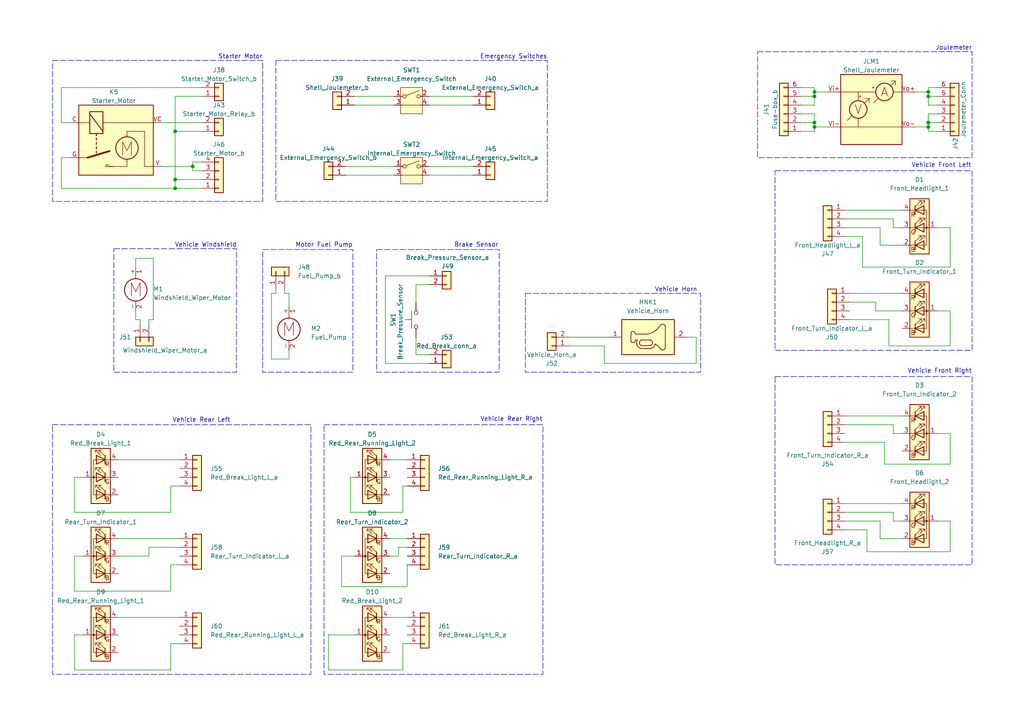
<source format=kicad_sch>
(kicad_sch (version 20250114) (generator "eeschema") (generator_version "9.0")
  (paper "A4")
  (title_block (date "2025-03-21") (rev "V1.0.0"))
  (lib_symbols
    (symbol "Connector_Generic:Conn_01x02" (pin_names (offset 1.016) (hide yes))
      (property "Reference" "J" (at 0 2.54 0))
      (property "Value" "Conn_01x02" (at 0 -5.08 0))
      (symbol "Conn_01x02_1_1"
        (rectangle (start -1.27 1.27) (end 1.27 -3.81) (stroke (width 0.254)) (fill (type background)))
        (rectangle (start -1.27 0.127) (end 0 -0.127) (stroke (width 0.1524)))
        (rectangle (start -1.27 -2.413) (end 0 -2.667) (stroke (width 0.1524)))
        (pin passive line (at -5.08 0 0) (length 3.81) (name "Pin_1") (number "1"))
        (pin passive line (at -5.08 -2.54 0) (length 3.81) (name "Pin_2") (number "2"))
      )
    )
    (symbol "Connector_Generic:Conn_01x04" (pin_names (offset 1.016) (hide yes))
      (property "Reference" "J" (at 0 5.08 0))
      (property "Value" "Conn_01x04" (at 0 -7.62 0))
      (symbol "Conn_01x04_1_1"
        (rectangle (start -1.27 3.81) (end 1.27 -6.35) (stroke (width 0.254)) (fill (type background)))
        (rectangle (start -1.27 2.667) (end 0 2.413) (stroke (width 0.1524)))
        (rectangle (start -1.27 0.127) (end 0 -0.127) (stroke (width 0.1524)))
        (rectangle (start -1.27 -2.413) (end 0 -2.667) (stroke (width 0.1524)))
        (rectangle (start -1.27 -4.953) (end 0 -5.207) (stroke (width 0.1524)))
        (pin passive line (at -5.08 2.54 0) (length 3.81) (name "Pin_1") (number "1"))
        (pin passive line (at -5.08 0 0) (length 3.81) (name "Pin_2") (number "2"))
        (pin passive line (at -5.08 -2.54 0) (length 3.81) (name "Pin_3") (number "3"))
        (pin passive line (at -5.08 -5.08 0) (length 3.81) (name "Pin_4") (number "4"))
      )
    )
    (symbol "Connector_Generic:Conn_01x06" (pin_names (offset 1.016) (hide yes))
      (property "Reference" "J" (at 0 7.62 0))
      (property "Value" "Conn_01x06" (at 0 -10.16 0))
      (symbol "Conn_01x06_1_1"
        (rectangle (start -1.27 6.35) (end 1.27 -8.89) (stroke (width 0.254)) (fill (type background)))
        (rectangle (start -1.27 5.207) (end 0 4.953) (stroke (width 0.1524)))
        (rectangle (start -1.27 2.667) (end 0 2.413) (stroke (width 0.1524)))
        (rectangle (start -1.27 0.127) (end 0 -0.127) (stroke (width 0.1524)))
        (rectangle (start -1.27 -2.413) (end 0 -2.667) (stroke (width 0.1524)))
        (rectangle (start -1.27 -4.953) (end 0 -5.207) (stroke (width 0.1524)))
        (rectangle (start -1.27 -7.493) (end 0 -7.747) (stroke (width 0.1524)))
        (pin passive line (at -5.08 5.08 0) (length 3.81) (name "Pin_1") (number "1"))
        (pin passive line (at -5.08 2.54 0) (length 3.81) (name "Pin_2") (number "2"))
        (pin passive line (at -5.08 0 0) (length 3.81) (name "Pin_3") (number "3"))
        (pin passive line (at -5.08 -2.54 0) (length 3.81) (name "Pin_4") (number "4"))
        (pin passive line (at -5.08 -5.08 0) (length 3.81) (name "Pin_5") (number "5"))
        (pin passive line (at -5.08 -7.62 0) (length 3.81) (name "Pin_6") (number "6"))
      )
    )
    (symbol "Device:LED_ABGR" (pin_names (offset 0) (hide yes))
      (property "Reference" "D" (at 0 9.398 0))
      (property "Value" "LED_ABGR" (at 0 -8.89 0))
      (symbol "LED_ABGR_0_0"
        (text "R" (at -1.905 3.81 0) (effects (font (size 1.27 1.27))))
        (text "G" (at -1.905 -1.27 0) (effects (font (size 1.27 1.27))))
        (text "B" (at -1.905 -6.35 0) (effects (font (size 1.27 1.27))))
      )
      (symbol "LED_ABGR_0_1"
        (polyline (pts (xy -1.27 6.35) (xy -1.27 3.81)) (stroke (width 0.254)))
        (polyline (pts (xy -1.27 6.35) (xy -1.27 3.81) (xy -1.27 3.81)))
        (polyline (pts (xy -1.27 5.08) (xy -2.54 5.08)))
        (polyline (pts (xy -1.27 5.08) (xy 1.27 5.08)))
        (polyline (pts (xy -1.27 1.27) (xy -1.27 -1.27)) (stroke (width 0.254)))
        (polyline (pts (xy -1.27 1.27) (xy -1.27 -1.27) (xy -1.27 -1.27)))
        (polyline (pts (xy -1.27 0) (xy -2.54 0)))
        (polyline (pts (xy -1.27 -3.81) (xy -1.27 -6.35)) (stroke (width 0.254)))
        (polyline (pts (xy -1.27 -5.08) (xy -2.54 -5.08)))
        (polyline (pts (xy -1.27 -5.08) (xy 1.27 -5.08)))
        (polyline (pts (xy -1.016 6.35) (xy 0.508 7.874) (xy -0.254 7.874) (xy 0.508 7.874) (xy 0.508 7.112)))
        (polyline (pts (xy -1.016 1.27) (xy 0.508 2.794) (xy -0.254 2.794) (xy 0.508 2.794) (xy 0.508 2.032)))
        (polyline (pts (xy -1.016 -3.81) (xy 0.508 -2.286) (xy -0.254 -2.286) (xy 0.508 -2.286) (xy 0.508 -3.048)))
        (polyline (pts (xy 0 6.35) (xy 1.524 7.874) (xy 0.762 7.874) (xy 1.524 7.874) (xy 1.524 7.112)))
        (polyline (pts (xy 0 1.27) (xy 1.524 2.794) (xy 0.762 2.794) (xy 1.524 2.794) (xy 1.524 2.032)))
        (polyline (pts (xy 0 -3.81) (xy 1.524 -2.286) (xy 0.762 -2.286) (xy 1.524 -2.286) (xy 1.524 -3.048)))
        (polyline (pts (xy 1.27 6.35) (xy 1.27 3.81) (xy -1.27 5.08) (xy 1.27 6.35)) (stroke (width 0.254)))
        (rectangle (start 1.27 6.35) (end 1.27 6.35))
        (rectangle (start 1.27 3.81) (end 1.27 6.35))
        (polyline (pts (xy 1.27 1.27) (xy 1.27 -1.27) (xy -1.27 0) (xy 1.27 1.27)) (stroke (width 0.254)))
        (rectangle (start 1.27 1.27) (end 1.27 1.27))
        (polyline (pts (xy 1.27 0) (xy -1.27 0)))
        (polyline (pts (xy 1.27 0) (xy 2.54 0)))
        (rectangle (start 1.27 -1.27) (end 1.27 1.27))
        (polyline (pts (xy 1.27 -3.81) (xy 1.27 -6.35) (xy -1.27 -5.08) (xy 1.27 -3.81)) (stroke (width 0.254)))
        (polyline (pts (xy 1.27 -5.08) (xy 2.032 -5.08) (xy 2.032 5.08) (xy 1.27 5.08)))
        (circle (center 2.032 0) (radius 0.254) (fill (type outline)))
        (rectangle (start 2.794 8.382) (end -2.794 -7.62) (stroke (width 0.254)) (fill (type background)))
      )
      (symbol "LED_ABGR_1_1"
        (pin passive line (at -5.08 5.08 0) (length 2.54) (name "RK") (number "4"))
        (pin passive line (at -5.08 0 0) (length 2.54) (name "GK") (number "3"))
        (pin passive line (at -5.08 -5.08 0) (length 2.54) (name "BK") (number "2"))
        (pin passive line (at 5.08 0 180) (length 2.54) (name "A") (number "1"))
      )
    )
    (symbol "EletricalDiagram_Eco2025_UrbanConcept:Emergency_Switch" (pin_names (offset 1.016) (hide yes))
      (property "Reference" "SWT" (at 0 5.08 0))
      (property "Value" "Emergency_Switch" (at 0 -5.08 0))
      (symbol "Emergency_Switch_0_1"
        (circle (center -2.032 1.27) (radius 0.508))
        (polyline (pts (xy -1.524 1.524) (xy 2.159 2.921)))
        (circle (center 2.032 1.27) (radius 0.508))
        (polyline (pts (xy 2.54 -1.27) (xy -2.54 -1.27)))
        (pin passive line (at -5.08 1.27 0) (length 2.54) (name "1") (number "1"))
        (pin passive line (at -5.08 -1.27 0) (length 2.54) (name "L") (number "3"))
        (pin passive line (at 5.08 1.27 180) (length 2.54) (name "2") (number "2"))
        (pin passive line (at 5.08 -1.27 180) (length 2.54) (name "L") (number "4"))
      )
      (symbol "Emergency_Switch_1_1"
        (rectangle (start -3.175 3.81) (end 3.175 -3.81) (fill (type background)))
      )
    )
    (symbol "EletricalDiagram_Eco2025_UrbanConcept:Shell_Joulemeter" (pin_names (offset 1.016) (hide yes))
      (property "Reference" "JLM" (at 0 11.684 0))
      (property "Value" "Shell_Joulemeter" (at 0.254 -11.938 0))
      (symbol "Shell_Joulemeter_0_0"
        (polyline (pts (xy -6.985 -3.175) (xy -5.715 -1.905)))
        (polyline (pts (xy -1.905 3.175) (xy -0.635 3.175) (xy -0.635 1.905)))
        (polyline (pts (xy -1.905 1.905) (xy -0.635 3.175)))
        (polyline (pts (xy 0.635 1.905) (xy 1.905 3.175)))
        (polyline (pts (xy 5.715 8.255) (xy 6.985 8.255) (xy 6.985 6.985)))
        (polyline (pts (xy 5.715 6.985) (xy 6.985 8.255)))
        (text "V" (at -3.81 0 0) (effects (font (size 2.54 2.54))))
        (text "A" (at 3.81 5.08 0) (effects (font (size 2.54 2.54))))
      )
      (symbol "Shell_Joulemeter_0_1"
        (polyline (pts (xy -8.89 5.08) (xy -3.81 5.08) (xy -3.81 2.54)))
        (polyline (pts (xy -8.89 -5.08) (xy -3.81 -5.08) (xy -3.81 -2.54)))
        (polyline (pts (xy -3.81 5.08) (xy 1.27 5.08)))
        (circle (center -3.81 0) (radius 2.54) (stroke (width 0.254)))
        (polyline (pts (xy -3.81 -5.08) (xy 8.89 -5.08)))
        (polyline (pts (xy -3.556 3.81) (xy -3.048 3.81)))
        (polyline (pts (xy -3.302 4.064) (xy -3.302 3.556)))
        (polyline (pts (xy 0.254 6.35) (xy 0.762 6.35)))
        (polyline (pts (xy 0.508 6.604) (xy 0.508 6.096)))
        (circle (center 3.81 5.08) (radius 2.54) (stroke (width 0.254)))
        (polyline (pts (xy 6.35 5.08) (xy 8.89 5.08)))
      )
      (symbol "Shell_Joulemeter_1_1"
        (rectangle (start -8.89 10.16) (end 8.89 -10.16) (stroke (width 0.254)) (fill (type background)))
        (pin passive line (at -12.7 5.08 0) (length 3.81) (name "Pin_1") (number "Vi+"))
        (pin passive line (at -12.7 -5.08 0) (length 3.81) (name "Pin_1") (number "Vi-"))
        (pin passive line (at 12.7 5.08 180) (length 3.81) (name "Pin_2") (number "Vo+"))
        (pin passive line (at 12.7 -5.08 180) (length 3.81) (name "Pin_2") (number "Vo-"))
      )
    )
    (symbol "EletricalDiagram_Eco2025_UrbanConcept:Starter_Motor"
      (property "Reference" "K" (at 10.922 -1.016 0))
      (property "Value" "Starter_Motor" (at 10.922 -3.556 0))
      (symbol "Starter_Motor_0_0"
        (polyline (pts (xy 4.318 2.54) (xy 0.508 2.54) (xy 3.048 3.81) (xy 0.508 5.08) (xy 4.318 5.08)))
        (polyline (pts (xy 7.62 0) (xy 7.62 -2.54) (xy 6.985 -1.905) (xy 7.62 -1.27)))
      )
      (symbol "Starter_Motor_0_1"
        (rectangle (start -10.16 11.43) (end 10.16 -10.16) (stroke (width 0.254)) (fill (type background)))
        (rectangle (start -8.255 -3.175) (end -1.905 -6.985) (stroke (width 0.254)))
        (polyline (pts (xy -7.62 -6.985) (xy -2.54 -3.175)) (stroke (width 0.254)))
        (polyline (pts (xy -5.08 0) (xy -5.08 11.43)))
        (polyline (pts (xy -5.08 0) (xy -5.08 -3.175)))
        (polyline (pts (xy -5.08 -10.16) (xy -5.08 -6.985)))
        (polyline (pts (xy -2.54 8.89) (xy 7.62 8.89)))
        (polyline (pts (xy -2.54 3.81) (xy -2.54 8.89)))
        (polyline (pts (xy -1.905 -5.08) (xy -1.27 -5.08)) (stroke (width 0.254)))
        (polyline (pts (xy -1.27 3.81) (xy -2.54 3.81)))
        (polyline (pts (xy -0.9652 3.81) (xy -1.3716 3.81)))
        (polyline (pts (xy -0.635 -5.08) (xy 0 -5.08)) (stroke (width 0.254)))
        (polyline (pts (xy 0.635 -5.08) (xy 1.27 -5.08)) (stroke (width 0.254)))
        (polyline (pts (xy 1.905 -5.08) (xy 2.54 -5.08)) (stroke (width 0.254)))
        (circle (center 2.286 3.81) (radius 3.2512) (stroke (width 0.254)))
        (polyline (pts (xy 3.175 -5.08) (xy 3.81 -5.08)) (stroke (width 0.254)))
        (polyline (pts (xy 5.08 -7.62) (xy 3.175 -1.27)) (stroke (width 0.508)))
        (polyline (pts (xy 5.08 -7.62) (xy 5.08 -10.16)))
        (polyline (pts (xy 5.5372 3.81) (xy 5.8928 3.81)))
        (polyline (pts (xy 5.842 3.81) (xy 6.35 3.81)))
        (polyline (pts (xy 7.62 11.43) (xy 7.62 8.89)))
        (polyline (pts (xy 7.62 -1.27) (xy 7.62 3.81) (xy 6.35 3.81)))
      )
      (symbol "Starter_Motor_1_1"
        (pin passive line (at -5.08 13.97 270) (length 2.54) (name "~") (number "VC"))
        (pin passive line (at -5.08 -12.7 90) (length 2.54) (name "") (number "C"))
        (pin passive line (at 5.08 -12.7 90) (length 2.54) (name "") (number "G"))
        (pin passive line (at 7.62 13.97 270) (length 2.54) (name "~") (number "V"))
      )
    )
    (symbol "EletricalDiagram_Eco2025_UrbanConcept:Vehicle_Horn" (pin_names (offset 1.016) (hide yes))
      (property "Reference" "HNK" (at 0 6.604 0))
      (property "Value" "Vehicle_Horn" (at 0 -7.112 0))
      (symbol "Vehicle_Horn_1_0"
        (bezier (pts (xy -4.9558 1.224) (xy -4.8461 1.6628) (xy -4.3197 1.842) (xy -3.9652 1.5612)) (stroke (width 0.2)))
        (bezier (pts (xy -4.9558 -1.1506) (xy -4.9881 -1.0216) (xy -4.9881 1.095) (xy -4.9558 1.224)) (stroke (width 0.2)))
        (bezier (pts (xy -3.9652 1.5612) (xy -3.8295 1.4537) (xy -3.7626 1.3139) (xy -3.7198 1.0484)) (stroke (width 0.2)))
        (bezier (pts (xy -3.9652 -1.4878) (xy -4.3197 -1.7685) (xy -4.8461 -1.5893) (xy -4.9558 -1.1506)) (stroke (width 0.2)))
        (bezier (pts (xy -3.7291 -1.0169) (xy -3.7291 -1.1702) (xy -3.8376 -1.3867) (xy -3.9652 -1.4878)) (stroke (width 0.2)))
        (bezier (pts (xy -3.7198 1.0484) (xy -3.7122 1.0009) (xy -3.6876 0.959) (xy -3.6478 0.9255)) (stroke (width 0.2)))
        (polyline (pts (xy -3.6478 0.9255) (xy -3.5875 0.8747)) (stroke (width 0.2)))
        (bezier (pts (xy -3.6198 -0.8251) (xy -3.6723 -0.8491) (xy -3.7291 -0.9486) (xy -3.7291 -1.0169)) (stroke (width 0.2)))
        (polyline (pts (xy -3.5875 0.8747) (xy -1.8668 0.8813)) (stroke (width 0.2)))
        (bezier (pts (xy -3.2319 -2.2009) (xy -3.3564 -1.8116) (xy -3.3288 -1.2028) (xy -3.1732 -0.9017)) (stroke (width 0.2)))
        (bezier (pts (xy -3.1732 -0.9017) (xy -3.1567 -0.8699) (xy -3.1433 -0.8347) (xy -3.1433 -0.8234)) (stroke (width 0.2)))
        (bezier (pts (xy -3.1433 -0.8234) (xy -3.1433 -0.7951) (xy -3.5571 -0.7966) (xy -3.6198 -0.8251)) (stroke (width 0.2)))
        (bezier (pts (xy -2.4794 -1.6394) (xy -2.4794 -1.2571) (xy -2.3421 -1.0123) (xy -2.0498 -0.8731)) (stroke (width 0.2)))
        (bezier (pts (xy -2.1182 -3.2485) (xy -2.6559 -3.1) (xy -3.0685 -2.712) (xy -3.2319 -2.2009)) (stroke (width 0.2)))
        (polyline (pts (xy -2.0498 -0.8731) (xy -1.9229 -0.8127)) (stroke (width 0.2)))
        (bezier (pts (xy -1.9311 -2.4316) (xy -2.2777 -2.3384) (xy -2.4794 -2.047) (xy -2.4794 -1.6394)) (stroke (width 0.2)))
        (polyline (pts (xy -1.9229 -0.8127) (xy -0.6049 -0.8127)) (stroke (width 0.2)))
        (polyline (pts (xy -1.8668 0.8813) (xy -0.146 0.8879)) (stroke (width 0.2)))
        (polyline (pts (xy -0.6049 -0.8127) (xy 0.7131 -0.8127)) (stroke (width 0.2)))
        (bezier (pts (xy -0.6049 -3.2918) (xy -1.9441 -3.2916) (xy -1.964 -3.291) (xy -2.1182 -3.2485)) (stroke (width 0.2)))
        (polyline (pts (xy -0.146 0.8879) (xy 0.098 0.9425)) (stroke (width 0.2)))
        (bezier (pts (xy 0.098 0.9425) (xy 1.0196 1.1486) (xy 1.9469 1.6295) (xy 2.5412 2.2096)) (stroke (width 0.2)))
        (bezier (pts (xy 0.7108 -2.4332) (xy 0.5461 -2.4761) (xy -1.7708 -2.4747) (xy -1.9311 -2.4316)) (stroke (width 0.2)))
        (polyline (pts (xy 0.7131 -0.8127) (xy 0.84 -0.8731)) (stroke (width 0.2)))
        (bezier (pts (xy 0.84 -0.8731) (xy 1.1323 -1.0123) (xy 1.2696 -1.2571) (xy 1.2696 -1.6394)) (stroke (width 0.2)))
        (bezier (pts (xy 0.9084 -3.2485) (xy 0.7537 -3.2915) (xy 0.7385 -3.2919) (xy -0.6049 -3.2918)) (stroke (width 0.2)))
        (bezier (pts (xy 1.2696 -1.6394) (xy 1.2696 -2.0527) (xy 1.0671 -2.3403) (xy 0.7108 -2.4332)) (stroke (width 0.2)))
        (bezier (pts (xy 1.7399 -2.7221) (xy 1.5159 -2.9807) (xy 1.2375 -3.1569) (xy 0.9084 -3.2485)) (stroke (width 0.2)))
        (bezier (pts (xy 2.0523 -2.1063) (xy 2.0176 -2.2679) (xy 1.8541 -2.5903) (xy 1.7399 -2.7221)) (stroke (width 0.2)))
        (bezier (pts (xy 2.0934 -1.994) (xy 2.084 -1.994) (xy 2.0655 -2.0446) (xy 2.0523 -2.1063)) (stroke (width 0.2)))
        (bezier (pts (xy 2.5412 2.2096) (xy 2.6123 2.279) (xy 2.8898 2.5983) (xy 3.1579 2.9192)) (stroke (width 0.2)))
        (bezier (pts (xy 2.6198 -2.3685) (xy 2.4134 -2.2025) (xy 2.1204 -1.994) (xy 2.0934 -1.994)) (stroke (width 0.2)))
        (bezier (pts (xy 3.1579 2.9192) (xy 3.426 3.24) (xy 3.6842 3.5381) (xy 3.7316 3.5814)) (stroke (width 0.2)))
        (bezier (pts (xy 3.3436 -3.0744) (xy 3.1171 -2.8062) (xy 2.8958 -2.5904) (xy 2.6198 -2.3685)) (stroke (width 0.2)))
        (bezier (pts (xy 3.7316 3.5814) (xy 4.1652 3.9783) (xy 4.8735 3.745) (xy 4.9966 3.1648)) (stroke (width 0.2)))
        (bezier (pts (xy 4.0823 -3.691) (xy 3.8642 -3.6482) (xy 3.7427 -3.5468) (xy 3.3436 -3.0744)) (stroke (width 0.2)))
        (bezier (pts (xy 4.3977 -3.6903) (xy 4.2802 -3.7153) (xy 4.207 -3.7154) (xy 4.0823 -3.6909)) (stroke (width 0.2)))
        (bezier (pts (xy 4.9966 3.1648) (xy 5.0278 3.018) (xy 5.0278 -2.9446) (xy 4.9966 -3.0914)) (stroke (width 0.2)))
        (bezier (pts (xy 4.9966 -3.0914) (xy 4.9332 -3.3902) (xy 4.6965 -3.6269) (xy 4.3977 -3.6903)) (stroke (width 0.2)))
      )
      (symbol "Vehicle_Horn_1_1"
        (rectangle (start -7.62 5.08) (end 7.62 -5.08) (stroke (width 0.254)) (fill (type background)))
        (pin passive line (at -11.43 0 0) (length 3.81) (name "Pin_1") (number "1"))
        (pin passive line (at 11.43 0 180) (length 3.81) (name "Pin_2") (number "2"))
      )
    )
    (symbol "Motor:Motor_DC" (pin_names (offset 0))
      (property "Reference" "M" (at 2.54 2.54 0))
      (property "Value" "Motor_DC" (at 2.54 -5.08 0))
      (symbol "Motor_DC_0_0"
        (polyline (pts (xy -1.27 -3.302) (xy -1.27 0.508) (xy 0 -2.032) (xy 1.27 0.508) (xy 1.27 -3.302)))
      )
      (symbol "Motor_DC_0_1"
        (polyline (pts (xy 0 2.032) (xy 0 2.54)))
        (polyline (pts (xy 0 1.7272) (xy 0 2.0828)))
        (circle (center 0 -1.524) (radius 3.2512) (stroke (width 0.254)))
        (polyline (pts (xy 0 -4.7752) (xy 0 -5.1816)))
        (polyline (pts (xy 0 -7.62) (xy 0 -7.112)))
      )
      (symbol "Motor_DC_1_1"
        (pin passive line (at 0 5.08 270) (length 2.54) (name "+") (number "1"))
        (pin passive line (at 0 -7.62 90) (length 2.54) (name "-") (number "2"))
      )
    )
    (symbol "Switch:SW_Push" (pin_numbers (hide yes)) (pin_names (offset 1.016) (hide yes))
      (property "Reference" "SW" (at 1.27 2.54 0))
      (property "Value" "SW_Push" (at 0 -1.524 0))
      (symbol "SW_Push_0_1"
        (circle (center -2.032 0) (radius 0.508))
        (polyline (pts (xy 0 1.27) (xy 0 3.048)))
        (circle (center 2.032 0) (radius 0.508))
        (polyline (pts (xy 2.54 1.27) (xy -2.54 1.27)))
        (pin passive line (at -5.08 0 0) (length 2.54) (name "1") (number "1"))
        (pin passive line (at 5.08 0 180) (length 2.54) (name "2") (number "2"))
      )
    )
  )
  (rectangle (start 224.79 49.53) (end 281.94 101.6) (stroke (width 0) (type dash)))
  (rectangle (start 15.24 17.526) (end 76.2 58.42) (stroke (width 0) (type dash)))
  (rectangle (start 224.79 109.22) (end 281.94 163.83) (stroke (width 0) (type dash)))
  (rectangle (start 219.71 14.986) (end 281.94 45.72) (stroke (width 0) (type dash)))
  (rectangle (start 33.02 72.136) (end 68.58 107.95) (stroke (width 0) (type dash)))
  (rectangle (start 152.4 85.09) (end 203.2 107.95) (stroke (width 0) (type dash)))
  (rectangle (start 93.98 123.19) (end 157.48 195.58) (stroke (width 0) (type dash)))
  (rectangle (start 80.01 17.526) (end 158.75 58.42) (stroke (width 0) (type dash)))
  (rectangle (start 109.22 72.39) (end 144.78 107.95) (stroke (width 0) (type dash)))
  (rectangle (start 76.2 72.39) (end 102.362 107.95) (stroke (width 0) (type dash)))
  (rectangle (start 15.24 123.19) (end 90.17 195.58) (stroke (width 0) (type dash)))
  (text "Starter Motor" (at 76.2 16.51 0) (effects (font (size 1.27 1.27)) (justify right)))
  (text "Vehicle Rear Left" (at 58.42 121.92 0) (effects (font (size 1.27 1.27))))
  (text "Emergency Switches" (at 158.75 16.51 0) (effects (font (size 1.27 1.27)) (justify right)))
  (text "Vehicle Windshield" (at 59.69 71.12 0) (effects (font (size 1.27 1.27))))
  (text "Vehicle Rear Right" (at 148.336 121.666 0) (effects (font (size 1.27 1.27))))
  (text "Brake Sensor" (at 138.176 71.12 0) (effects (font (size 1.27 1.27))))
  (text "Joulemeter" (at 281.94 13.97 0) (effects (font (size 1.27 1.27)) (justify right)))
  (text "Motor Fuel Pump" (at 93.98 71.12 0) (effects (font (size 1.27 1.27))))
  (text "Vehicle Front Left" (at 273.05 48.006 0) (effects (font (size 1.27 1.27))))
  (text "Vehicle Front Right" (at 272.542 107.696 0) (effects (font (size 1.27 1.27))))
  (text "Vehicle Horn" (at 196.088 84.074 0) (effects (font (size 1.27 1.27))))
  (junction (at 236.22 27.94))
  (junction (at 236.22 36.83))
  (junction (at 50.8 38.1))
  (junction (at 55.88 48.26))
  (junction (at 269.24 27.94))
  (junction (at 269.24 26.67))
  (junction (at 269.24 35.56))
  (junction (at 236.22 26.67))
  (junction (at 236.22 35.56))
  (junction (at 50.8 54.61))
  (junction (at 50.8 52.07))
  (junction (at 269.24 36.83))
  (wire (pts (xy 124.46 30.48) (xy 137.16 30.48)))
  (wire (pts (xy 254 90.17) (xy 261.62 90.17)))
  (wire (pts (xy 78.74 85.09) (xy 80.01 85.09)))
  (wire (pts (xy 245.11 123.19) (xy 259.08 123.19)))
  (wire (pts (xy 232.41 33.02) (xy 236.22 33.02)))
  (wire (pts (xy 245.11 128.27) (xy 256.54 128.27)))
  (wire (pts (xy 21.59 161.29) (xy 21.59 171.45)))
  (wire (pts (xy 201.93 105.41) (xy 175.26 105.41)))
  (wire (pts (xy 113.03 161.29) (xy 115.57 161.29)))
  (wire (pts (xy 245.11 60.96) (xy 261.62 60.96)))
  (wire (pts (xy 52.07 140.97) (xy 49.53 140.97)))
  (wire (pts (xy 118.11 170.18) (xy 99.06 170.18)))
  (wire (pts (xy 261.62 125.73) (xy 259.08 125.73)))
  (wire (pts (xy 100.33 50.8) (xy 114.3 50.8)))
  (wire (pts (xy 111.76 80.01) (xy 124.46 80.01)))
  (wire (pts (xy 116.84 140.97) (xy 116.84 148.59)))
  (wire (pts (xy 17.78 54.61) (xy 17.78 45.72)))
  (wire (pts (xy 102.87 138.43) (xy 101.6 138.43)))
  (wire (pts (xy 236.22 36.83) (xy 240.03 36.83)))
  (wire (pts (xy 52.07 186.69) (xy 49.53 186.69)))
  (wire (pts (xy 245.11 146.05) (xy 261.62 146.05)))
  (wire (pts (xy 55.88 49.53) (xy 55.88 48.26)))
  (wire (pts (xy 175.26 100.33) (xy 175.26 105.41)))
  (wire (pts (xy 50.8 27.94) (xy 50.8 38.1)))
  (wire (pts (xy 115.57 161.29) (xy 115.57 158.75)))
  (wire (pts (xy 46.99 35.56) (xy 58.42 35.56)))
  (wire (pts (xy 83.82 104.14) (xy 78.74 104.14)))
  (wire (pts (xy 269.24 26.67) (xy 269.24 25.4)))
  (wire (pts (xy 80.01 85.09) (xy 80.01 83.82)))
  (wire (pts (xy 255.27 156.21) (xy 261.62 156.21)))
  (wire (pts (xy 269.24 25.4) (xy 271.78 25.4)))
  (wire (pts (xy 120.65 97.79) (xy 120.65 102.87)))
  (wire (pts (xy 82.55 83.82) (xy 82.55 85.09)))
  (wire (pts (xy 82.55 85.09) (xy 83.82 85.09)))
  (wire (pts (xy 199.39 97.79) (xy 201.93 97.79)))
  (wire (pts (xy 236.22 33.02) (xy 236.22 35.56)))
  (wire (pts (xy 256.54 134.62) (xy 275.59 134.62)))
  (wire (pts (xy 101.6 148.59) (xy 101.6 138.43)))
  (wire (pts (xy 124.46 105.41) (xy 111.76 105.41)))
  (wire (pts (xy 50.8 54.61) (xy 17.78 54.61)))
  (wire (pts (xy 269.24 30.48) (xy 269.24 27.94)))
  (wire (pts (xy 269.24 35.56) (xy 271.78 35.56)))
  (wire (pts (xy 34.29 156.21) (xy 52.07 156.21)))
  (wire (pts (xy 113.03 179.07) (xy 118.11 179.07)))
  (wire (pts (xy 83.82 85.09) (xy 83.82 88.9)))
  (wire (pts (xy 118.11 140.97) (xy 116.84 140.97)))
  (wire (pts (xy 275.59 160.02) (xy 275.59 151.13)))
  (wire (pts (xy 124.46 27.94) (xy 137.16 27.94)))
  (wire (pts (xy 50.8 27.94) (xy 58.42 27.94)))
  (wire (pts (xy 236.22 38.1) (xy 236.22 36.83)))
  (wire (pts (xy 232.41 30.48) (xy 236.22 30.48)))
  (wire (pts (xy 17.78 25.4) (xy 17.78 35.56)))
  (wire (pts (xy 256.54 128.27) (xy 256.54 134.62)))
  (wire (pts (xy 246.38 92.71) (xy 257.81 92.71)))
  (wire (pts (xy 95.25 194.31) (xy 116.84 194.31)))
  (wire (pts (xy 269.24 27.94) (xy 271.78 27.94)))
  (wire (pts (xy 255.27 71.12) (xy 255.27 66.04)))
  (wire (pts (xy 165.1 97.79) (xy 176.53 97.79)))
  (wire (pts (xy 254 87.63) (xy 254 90.17)))
  (wire (pts (xy 265.43 26.67) (xy 269.24 26.67)))
  (wire (pts (xy 55.88 48.26) (xy 55.88 46.99)))
  (wire (pts (xy 115.57 158.75) (xy 118.11 158.75)))
  (wire (pts (xy 17.78 25.4) (xy 58.42 25.4)))
  (wire (pts (xy 232.41 35.56) (xy 236.22 35.56)))
  (wire (pts (xy 257.81 100.33) (xy 275.59 100.33)))
  (wire (pts (xy 259.08 63.5) (xy 259.08 66.04)))
  (wire (pts (xy 21.59 138.43) (xy 21.59 148.59)))
  (wire (pts (xy 49.53 148.59) (xy 21.59 148.59)))
  (wire (pts (xy 124.46 50.8) (xy 137.16 50.8)))
  (wire (pts (xy 99.06 161.29) (xy 102.87 161.29)))
  (wire (pts (xy 271.78 90.17) (xy 275.59 90.17)))
  (wire (pts (xy 269.24 38.1) (xy 271.78 38.1)))
  (wire (pts (xy 83.82 104.14) (xy 83.82 101.6)))
  (wire (pts (xy 46.99 48.26) (xy 55.88 48.26)))
  (wire (pts (xy 50.8 52.07) (xy 50.8 54.61)))
  (wire (pts (xy 246.38 87.63) (xy 254 87.63)))
  (wire (pts (xy 50.8 52.07) (xy 58.42 52.07)))
  (wire (pts (xy 44.45 74.93) (xy 44.45 92.71)))
  (wire (pts (xy 255.27 156.21) (xy 255.27 151.13)))
  (wire (pts (xy 251.46 153.67) (xy 251.46 160.02)))
  (wire (pts (xy 124.46 48.26) (xy 137.16 48.26)))
  (wire (pts (xy 232.41 25.4) (xy 236.22 25.4)))
  (wire (pts (xy 245.11 63.5) (xy 259.08 63.5)))
  (wire (pts (xy 21.59 184.15) (xy 24.13 184.15)))
  (wire (pts (xy 245.11 153.67) (xy 251.46 153.67)))
  (wire (pts (xy 43.18 92.71) (xy 44.45 92.71)))
  (wire (pts (xy 269.24 27.94) (xy 269.24 26.67)))
  (wire (pts (xy 50.8 38.1) (xy 50.8 52.07)))
  (wire (pts (xy 21.59 171.45) (xy 49.53 171.45)))
  (wire (pts (xy 259.08 125.73) (xy 259.08 123.19)))
  (wire (pts (xy 124.46 102.87) (xy 120.65 102.87)))
  (wire (pts (xy 269.24 36.83) (xy 269.24 38.1)))
  (wire (pts (xy 52.07 163.83) (xy 49.53 163.83)))
  (wire (pts (xy 24.13 138.43) (xy 21.59 138.43)))
  (wire (pts (xy 116.84 186.69) (xy 116.84 194.31)))
  (wire (pts (xy 95.25 184.15) (xy 102.87 184.15)))
  (wire (pts (xy 113.03 156.21) (xy 118.11 156.21)))
  (wire (pts (xy 21.59 161.29) (xy 24.13 161.29)))
  (wire (pts (xy 255.27 66.04) (xy 245.11 66.04)))
  (wire (pts (xy 259.08 66.04) (xy 261.62 66.04)))
  (wire (pts (xy 265.43 36.83) (xy 269.24 36.83)))
  (wire (pts (xy 39.37 74.93) (xy 44.45 74.93)))
  (wire (pts (xy 118.11 186.69) (xy 116.84 186.69)))
  (wire (pts (xy 116.84 148.59) (xy 101.6 148.59)))
  (wire (pts (xy 236.22 30.48) (xy 236.22 27.94)))
  (wire (pts (xy 113.03 133.35) (xy 118.11 133.35)))
  (wire (pts (xy 201.93 97.79) (xy 201.93 105.41)))
  (wire (pts (xy 259.08 151.13) (xy 261.62 151.13)))
  (wire (pts (xy 100.33 48.26) (xy 114.3 48.26)))
  (wire (pts (xy 34.29 133.35) (xy 52.07 133.35)))
  (wire (pts (xy 50.8 54.61) (xy 58.42 54.61)))
  (wire (pts (xy 17.78 45.72) (xy 20.32 45.72)))
  (wire (pts (xy 52.07 158.75) (xy 43.18 158.75)))
  (wire (pts (xy 165.1 100.33) (xy 175.26 100.33)))
  (wire (pts (xy 271.78 151.13) (xy 275.59 151.13)))
  (wire (pts (xy 250.19 77.47) (xy 275.59 77.47)))
  (wire (pts (xy 236.22 27.94) (xy 236.22 26.67)))
  (wire (pts (xy 111.76 105.41) (xy 111.76 80.01)))
  (wire (pts (xy 232.41 38.1) (xy 236.22 38.1)))
  (wire (pts (xy 21.59 194.31) (xy 49.53 194.31)))
  (wire (pts (xy 43.18 92.71) (xy 43.18 93.98)))
  (wire (pts (xy 39.37 74.93) (xy 39.37 77.47)))
  (wire (pts (xy 246.38 85.09) (xy 261.62 85.09)))
  (wire (pts (xy 39.37 92.71) (xy 40.64 92.71)))
  (wire (pts (xy 78.74 104.14) (xy 78.74 85.09)))
  (wire (pts (xy 118.11 163.83) (xy 118.11 170.18)))
  (wire (pts (xy 236.22 25.4) (xy 236.22 26.67)))
  (wire (pts (xy 43.18 158.75) (xy 43.18 161.29)))
  (wire (pts (xy 275.59 90.17) (xy 275.59 100.33)))
  (wire (pts (xy 49.53 140.97) (xy 49.53 148.59)))
  (wire (pts (xy 55.88 46.99) (xy 58.42 46.99)))
  (wire (pts (xy 120.65 82.55) (xy 124.46 82.55)))
  (wire (pts (xy 271.78 33.02) (xy 269.24 33.02)))
  (wire (pts (xy 34.29 179.07) (xy 52.07 179.07)))
  (wire (pts (xy 251.46 160.02) (xy 275.59 160.02)))
  (wire (pts (xy 39.37 90.17) (xy 39.37 92.71)))
  (wire (pts (xy 49.53 163.83) (xy 49.53 171.45)))
  (wire (pts (xy 102.87 30.48) (xy 114.3 30.48)))
  (wire (pts (xy 99.06 170.18) (xy 99.06 161.29)))
  (wire (pts (xy 120.65 82.55) (xy 120.65 87.63)))
  (wire (pts (xy 269.24 33.02) (xy 269.24 35.56)))
  (wire (pts (xy 257.81 92.71) (xy 257.81 100.33)))
  (wire (pts (xy 271.78 66.04) (xy 275.59 66.04)))
  (wire (pts (xy 49.53 186.69) (xy 49.53 194.31)))
  (wire (pts (xy 58.42 49.53) (xy 55.88 49.53)))
  (wire (pts (xy 255.27 151.13) (xy 245.11 151.13)))
  (wire (pts (xy 102.87 27.94) (xy 114.3 27.94)))
  (wire (pts (xy 95.25 184.15) (xy 95.25 194.31)))
  (wire (pts (xy 275.59 134.62) (xy 275.59 125.73)))
  (wire (pts (xy 236.22 26.67) (xy 240.03 26.67)))
  (wire (pts (xy 21.59 184.15) (xy 21.59 194.31)))
  (wire (pts (xy 245.11 148.59) (xy 259.08 148.59)))
  (wire (pts (xy 50.8 38.1) (xy 58.42 38.1)))
  (wire (pts (xy 245.11 68.58) (xy 250.19 68.58)))
  (wire (pts (xy 236.22 35.56) (xy 236.22 36.83)))
  (wire (pts (xy 259.08 148.59) (xy 259.08 151.13)))
  (wire (pts (xy 275.59 125.73) (xy 271.78 125.73)))
  (wire (pts (xy 245.11 120.65) (xy 261.62 120.65)))
  (wire (pts (xy 34.29 161.29) (xy 43.18 161.29)))
  (wire (pts (xy 271.78 30.48) (xy 269.24 30.48)))
  (wire (pts (xy 250.19 68.58) (xy 250.19 77.47)))
  (wire (pts (xy 17.78 35.56) (xy 20.32 35.56)))
  (wire (pts (xy 232.41 27.94) (xy 236.22 27.94)))
  (wire (pts (xy 275.59 77.47) (xy 275.59 66.04)))
  (wire (pts (xy 40.64 92.71) (xy 40.64 93.98)))
  (wire (pts (xy 255.27 71.12) (xy 261.62 71.12)))
  (wire (pts (xy 269.24 35.56) (xy 269.24 36.83)))
  (symbol (lib_id "Connector_Generic:Conn_01x02") (at 63.5 27.94 0) (mirror x) (unit 1)
    (property "Reference" "J38" (at 63.5 20.32 0))
    (property "Value" "Starter_Motor_Switch_b" (at 63.5 22.86 0))
    (property "Description" "Generic connector, single row, 01x02, script generated (kicad-library-utils/schlib/autogen/connector/)" (effects (hide yes)))
  )
  (symbol (lib_id "Connector_Generic:Conn_01x06") (at 227.33 33.02 180) (unit 1)
    (property "Reference" "J41" (at 222.25 31.75 90))
    (property "Value" "Fuse-box_b" (at 224.79 31.75 90))
    (property "Description" "Generic connector, single row, 01x06, script generated (kicad-library-utils/schlib/autogen/connector/)" (effects (hide yes)))
  )
  (symbol (lib_id "Connector_Generic:Conn_01x02") (at 63.5 38.1 0) (mirror x) (unit 1)
    (property "Reference" "J43" (at 63.5 30.48 0))
    (property "Value" "Starter_Motor_Relay_b" (at 63.5 33.02 0))
    (property "Description" "Generic connector, single row, 01x02, script generated (kicad-library-utils/schlib/autogen/connector/)" (effects (hide yes)))
  )
  (symbol (lib_id "Device:LED_ABGR") (at 266.7 66.04 0) (unit 1)
    (property "Reference" "D1" (at 266.7 52.07 0))
    (property "Value" "Front_Headlight_1" (at 266.7 54.61 0))
    (property "Description" "RGB LED, anode/blue/green/red" (effects (hide yes)))
  )
  (symbol (lib_id "Device:LED_ABGR") (at 29.21 184.15 0) (mirror y) (unit 1)
    (property "Reference" "D9" (at 29.21 171.704 0))
    (property "Value" "Red_Rear_Running_Light_1" (at 29.21 174.244 0))
    (property "Description" "RGB LED, anode/blue/green/red" (effects (hide yes)))
  )
  (symbol (lib_id "EletricalDiagram_Eco2025_UrbanConcept:Starter_Motor") (at 33.02 40.64 270) (unit 1)
    (property "Reference" "K5" (at 33.02 26.67 90))
    (property "Value" "Starter_Motor" (at 33.02 29.21 90))
    (property "Description" "Relay SPST, normally open, EN50005" (effects (hide yes)))
  )
  (symbol (lib_id "Switch:SW_Push") (at 120.65 92.71 90) (unit 1)
    (property "Reference" "SW1" (at 114.046 90.678 0) (effects (justify right)))
    (property "Value" "Break_Pressure_Sensor" (at 116.078 82.296 0) (effects (justify right)))
    (property "Description" "Push button switch, generic, two pins" (effects (hide yes)))
  )
  (symbol (lib_id "Connector_Generic:Conn_01x02") (at 97.79 30.48 180) (unit 1)
    (property "Reference" "J39" (at 97.79 22.86 0))
    (property "Value" "Shell_Joulemeter_b" (at 97.79 25.4 0))
    (property "Description" "Generic connector, single row, 01x02, script generated (kicad-library-utils/schlib/autogen/connector/)" (effects (hide yes)))
  )
  (symbol (lib_id "Device:LED_ABGR") (at 107.95 161.29 0) (mirror y) (unit 1)
    (property "Reference" "D8" (at 107.95 148.844 0))
    (property "Value" "Rear_Turn_Indicator_2" (at 107.95 151.384 0))
    (property "Description" "RGB LED, anode/blue/green/red" (effects (hide yes)))
  )
  (symbol (lib_id "Device:LED_ABGR") (at 107.95 138.43 0) (mirror y) (unit 1)
    (property "Reference" "D5" (at 107.95 125.984 0))
    (property "Value" "Red_Rear_Running_Light_2" (at 107.95 128.524 0))
    (property "Description" "RGB LED, anode/blue/green/red" (effects (hide yes)))
  )
  (symbol (lib_id "Connector_Generic:Conn_01x04") (at 63.5 52.07 0) (mirror x) (unit 1)
    (property "Reference" "J46" (at 63.5 41.91 0))
    (property "Value" "Starter_Motor_b" (at 63.5 44.45 0))
    (property "Description" "Generic connector, single row, 01x04, script generated (kicad-library-utils/schlib/autogen/connector/)" (effects (hide yes)))
  )
  (symbol (lib_id "Connector_Generic:Conn_01x02") (at 160.02 100.33 180) (unit 1)
    (property "Reference" "J52" (at 160.02 105.41 0))
    (property "Value" "Vehicle_Horn_a" (at 160.02 102.87 0))
    (property "Description" "Generic connector, single row, 01x02, script generated (kicad-library-utils/schlib/autogen/connector/)" (effects (hide yes)))
  )
  (symbol (lib_id "EletricalDiagram_Eco2025_UrbanConcept:Shell_Joulemeter") (at 252.73 31.75 0) (unit 1)
    (property "Reference" "JLM1" (at 252.73 17.78 0))
    (property "Value" "Shell_Joulemeter" (at 252.73 20.32 0))
    (property "Description" "Generic_Component" (effects (hide yes)))
  )
  (symbol (lib_id "Connector_Generic:Conn_01x04") (at 123.19 181.61 0) (unit 1)
    (property "Reference" "J61" (at 127 181.6099 0) (effects (justify left)))
    (property "Value" "Red_Break_Light_R_a" (at 127 184.1499 0) (effects (justify left)))
    (property "Description" "Generic connector, single row, 01x04, script generated (kicad-library-utils/schlib/autogen/connector/)" (effects (hide yes)))
  )
  (symbol (lib_id "Device:LED_ABGR") (at 29.21 161.29 0) (mirror y) (unit 1)
    (property "Reference" "D7" (at 29.21 148.844 0))
    (property "Value" "Rear_Turn_Indicator_1" (at 29.21 151.384 0))
    (property "Description" "RGB LED, anode/blue/green/red" (effects (hide yes)))
  )
  (symbol (lib_id "Device:LED_ABGR") (at 107.95 184.15 0) (mirror y) (unit 1)
    (property "Reference" "D10" (at 107.95 171.704 0))
    (property "Value" "Red_Break_Light_2" (at 107.95 174.244 0))
    (property "Description" "RGB LED, anode/blue/green/red" (effects (hide yes)))
  )
  (symbol (lib_id "Connector_Generic:Conn_01x06") (at 276.86 33.02 0) (mirror x) (unit 1)
    (property "Reference" "J42" (at 277.114 41.656 90))
    (property "Value" "Joulemeter_Conn" (at 279.4 31.75 90))
    (property "Description" "Generic connector, single row, 01x06, script generated (kicad-library-utils/schlib/autogen/connector/)" (effects (hide yes)))
  )
  (symbol (lib_id "EletricalDiagram_Eco2025_UrbanConcept:Emergency_Switch") (at 119.38 49.53 0) (unit 1)
    (property "Reference" "SWT2" (at 119.38 41.91 0))
    (property "Value" "Internal_Emergency_Switch" (at 119.38 44.45 0))
    (property "Description" "Generic_Component" (effects (hide yes)))
  )
  (symbol (lib_id "EletricalDiagram_Eco2025_UrbanConcept:Emergency_Switch") (at 119.38 29.21 0) (unit 1)
    (property "Reference" "SWT1" (at 119.38 20.32 0))
    (property "Value" "External_Emergency_Switch" (at 119.38 22.86 0))
    (property "Description" "Generic_Component" (effects (hide yes)))
  )
  (symbol (lib_id "Connector_Generic:Conn_01x04") (at 123.19 135.89 0) (unit 1)
    (property "Reference" "J56" (at 127 135.8899 0) (effects (justify left)))
    (property "Value" "Red_Rear_Running_Light_R_a" (at 127 138.4299 0) (effects (justify left)))
    (property "Description" "Generic connector, single row, 01x04, script generated (kicad-library-utils/schlib/autogen/connector/)" (effects (hide yes)))
  )
  (symbol (lib_id "Device:LED_ABGR") (at 266.7 151.13 0) (unit 1)
    (property "Reference" "D6" (at 266.7 137.16 0))
    (property "Value" "Front_Headlight_2" (at 266.7 139.7 0))
    (property "Description" "RGB LED, anode/blue/green/red" (effects (hide yes)))
  )
  (symbol (lib_id "Connector_Generic:Conn_01x04") (at 57.15 135.89 0) (unit 1)
    (property "Reference" "J55" (at 60.96 135.8899 0) (effects (justify left)))
    (property "Value" "Red_Break_Light_L_a" (at 60.96 138.4299 0) (effects (justify left)))
    (property "Description" "Generic connector, single row, 01x04, script generated (kicad-library-utils/schlib/autogen/connector/)" (effects (hide yes)))
  )
  (symbol (lib_id "Connector_Generic:Conn_01x02") (at 142.24 30.48 0) (mirror x) (unit 1)
    (property "Reference" "J40" (at 142.24 22.86 0))
    (property "Value" "External_Emergency_Switch_a" (at 142.24 25.4 0))
    (property "Description" "Generic connector, single row, 01x02, script generated (kicad-library-utils/schlib/autogen/connector/)" (effects (hide yes)))
  )
  (symbol (lib_id "Device:LED_ABGR") (at 266.7 125.73 0) (unit 1)
    (property "Reference" "D3" (at 266.7 111.76 0))
    (property "Value" "Front_Turn_Indicator_2" (at 266.7 114.3 0))
    (property "Description" "RGB LED, anode/blue/green/red" (effects (hide yes)))
  )
  (symbol (lib_id "Connector_Generic:Conn_01x04") (at 57.15 158.75 0) (unit 1)
    (property "Reference" "J58" (at 60.96 158.7499 0) (effects (justify left)))
    (property "Value" "Rear_Turn_Indicator_L_a" (at 60.96 161.2899 0) (effects (justify left)))
    (property "Description" "Generic connector, single row, 01x04, script generated (kicad-library-utils/schlib/autogen/connector/)" (effects (hide yes)))
  )
  (symbol (lib_id "Connector_Generic:Conn_01x02") (at 80.01 78.74 90) (unit 1)
    (property "Reference" "J48" (at 86.36 77.4699 90) (effects (justify right)))
    (property "Value" "Fuel_Pump_b" (at 86.36 80.0099 90) (effects (justify right)))
    (property "Description" "Generic connector, single row, 01x02, script generated (kicad-library-utils/schlib/autogen/connector/)" (effects (hide yes)))
  )
  (symbol (lib_id "Connector_Generic:Conn_01x04") (at 123.19 158.75 0) (unit 1)
    (property "Reference" "J59" (at 127 158.7499 0) (effects (justify left)))
    (property "Value" "Rear_Turn_Indicator_R_a" (at 127 161.2899 0) (effects (justify left)))
    (property "Description" "Generic connector, single row, 01x04, script generated (kicad-library-utils/schlib/autogen/connector/)" (effects (hide yes)))
  )
  (symbol (lib_id "Connector_Generic:Conn_01x04") (at 240.03 123.19 0) (mirror y) (unit 1)
    (property "Reference" "J54" (at 240.03 134.62 0))
    (property "Value" "Front_Turn_Indicator_R_a" (at 240.03 132.08 0))
    (property "Description" "Generic connector, single row, 01x04, script generated (kicad-library-utils/schlib/autogen/connector/)" (effects (hide yes)))
  )
  (symbol (lib_id "Connector_Generic:Conn_01x02") (at 129.54 105.41 0) (mirror x) (unit 1)
    (property "Reference" "J53" (at 129.54 97.79 0))
    (property "Value" "Red_Break_conn_a" (at 129.54 100.33 0))
    (property "Description" "Generic connector, single row, 01x02, script generated (kicad-library-utils/schlib/autogen/connector/)" (effects (hide yes)))
  )
  (symbol (lib_id "Device:LED_ABGR") (at 266.7 90.17 0) (unit 1)
    (property "Reference" "D2" (at 266.7 76.2 0))
    (property "Value" "Front_Turn_Indicator_1" (at 266.7 78.74 0))
    (property "Description" "RGB LED, anode/blue/green/red" (effects (hide yes)))
  )
  (symbol (lib_id "Connector_Generic:Conn_01x04") (at 57.15 181.61 0) (unit 1)
    (property "Reference" "J60" (at 60.96 181.6099 0) (effects (justify left)))
    (property "Value" "Red_Rear_Running_Light_L_a" (at 60.96 184.1499 0) (effects (justify left)))
    (property "Description" "Generic connector, single row, 01x04, script generated (kicad-library-utils/schlib/autogen/connector/)" (effects (hide yes)))
  )
  (symbol (lib_id "Connector_Generic:Conn_01x02") (at 129.54 80.01 0) (unit 1)
    (property "Reference" "J49" (at 129.794 77.216 0))
    (property "Value" "Break_Pressure_Sensor_a" (at 129.794 74.676 0))
    (property "Description" "Generic connector, single row, 01x02, script generated (kicad-library-utils/schlib/autogen/connector/)" (effects (hide yes)))
  )
  (symbol (lib_id "Connector_Generic:Conn_01x02") (at 142.24 50.8 0) (mirror x) (unit 1)
    (property "Reference" "J45" (at 142.24 43.18 0))
    (property "Value" "Internal_Emergency_Switch_a" (at 142.24 45.72 0))
    (property "Description" "Generic connector, single row, 01x02, script generated (kicad-library-utils/schlib/autogen/connector/)" (effects (hide yes)))
  )
  (symbol (lib_id "Connector_Generic:Conn_01x04") (at 240.03 63.5 0) (mirror y) (unit 1)
    (property "Reference" "J47" (at 240.03 73.66 0))
    (property "Value" "Front_Headlight_L_a" (at 240.03 71.12 0))
    (property "Description" "Generic connector, single row, 01x04, script generated (kicad-library-utils/schlib/autogen/connector/)" (effects (hide yes)))
  )
  (symbol (lib_id "Connector_Generic:Conn_01x04") (at 241.3 87.63 0) (mirror y) (unit 1)
    (property "Reference" "J50" (at 241.3 97.79 0))
    (property "Value" "Front_Turn_Indicator_L_a" (at 241.3 95.25 0))
    (property "Description" "Generic connector, single row, 01x04, script generated (kicad-library-utils/schlib/autogen/connector/)" (effects (hide yes)))
  )
  (symbol (lib_id "Connector_Generic:Conn_01x02") (at 95.25 50.8 180) (unit 1)
    (property "Reference" "J44" (at 95.25 43.18 0))
    (property "Value" "External_Emergency_Switch_b" (at 95.25 45.72 0))
    (property "Description" "Generic connector, single row, 01x02, script generated (kicad-library-utils/schlib/autogen/connector/)" (effects (hide yes)))
  )
  (symbol (lib_id "Motor:Motor_DC") (at 83.82 93.98 0) (unit 1)
    (property "Reference" "M2" (at 90.17 95.2499 0) (effects (justify left)))
    (property "Value" "Fuel_Pump" (at 90.17 97.7899 0) (effects (justify left)))
    (property "Description" "DC Motor" (effects (hide yes)))
  )
  (symbol (lib_id "Motor:Motor_DC") (at 39.37 82.55 0) (unit 1)
    (property "Reference" "M1" (at 44.45 83.8199 0) (effects (justify left)))
    (property "Value" "Windshield_Wiper_Motor" (at 44.45 86.3599 0) (effects (justify left)))
    (property "Description" "DC Motor" (effects (hide yes)))
  )
  (symbol (lib_id "EletricalDiagram_Eco2025_UrbanConcept:Vehicle_Horn") (at 187.96 97.79 0) (unit 1)
    (property "Reference" "HNK1" (at 187.96 87.63 0))
    (property "Value" "Vehicle_Horn" (at 187.96 90.17 0))
    (property "Description" "Generic_Component" (effects (hide yes)))
  )
  (symbol (lib_id "Device:LED_ABGR") (at 29.21 138.43 0) (mirror y) (unit 1)
    (property "Reference" "D4" (at 29.21 125.984 0))
    (property "Value" "Red_Break_Light_1" (at 29.21 128.524 0))
    (property "Description" "RGB LED, anode/blue/green/red" (effects (hide yes)))
  )
  (symbol (lib_id "Connector_Generic:Conn_01x04") (at 240.03 148.59 0) (mirror y) (unit 1)
    (property "Reference" "J57" (at 240.03 160.02 0))
    (property "Value" "Front_Headlight_R_a" (at 240.03 157.48 0))
    (property "Description" "Generic connector, single row, 01x04, script generated (kicad-library-utils/schlib/autogen/connector/)" (effects (hide yes)))
  )
  (symbol (lib_id "Connector_Generic:Conn_01x02") (at 40.64 99.06 90) (mirror x) (unit 1)
    (property "Reference" "J51" (at 38.1 97.7899 90) (effects (justify left)))
    (property "Value" "Windshield_Wiper_Motor_a" (at 60.198 101.6 90) (effects (justify left)))
    (property "Description" "Generic connector, single row, 01x02, script generated (kicad-library-utils/schlib/autogen/connector/)" (effects (hide yes)))
  )
)
</source>
